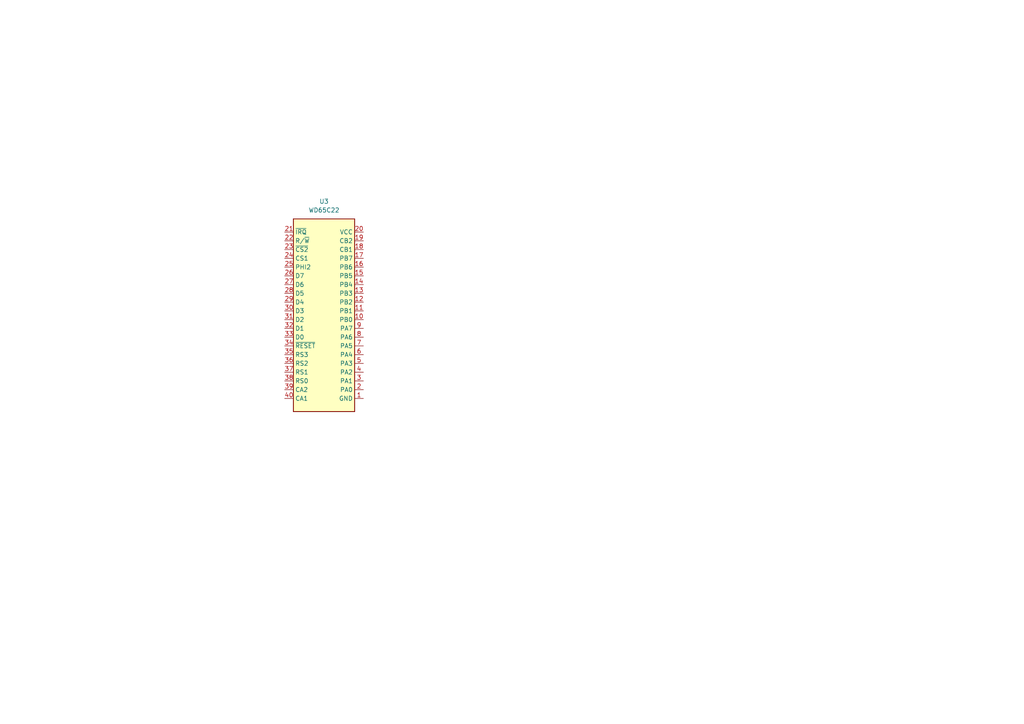
<source format=kicad_sch>
(kicad_sch (version 20211123) (generator eeschema)
  (paper "A4")
  (lib_symbols
    (symbol "micro_controller:WD65C22"
      (property "Reference" "U" (at 0 3.81 0))
      (property "Value" "WD65C22" (at 0 0 0))
      (symbol "WD65C22_1_1"
        (rectangle (start -8.89 30.48) (end 8.89 -25.4) (stroke (width 0.254)) (fill (type background)))
        (pin power_in line (at 11.43 -21.59 180) (length 2.54) (name "GND") (number "1"))
        (pin bidirectional line (at 11.43 1.27 180) (length 2.54) (name "PB0") (number "10"))
        (pin bidirectional line (at 11.43 3.81 180) (length 2.54) (name "PB1") (number "11"))
        (pin bidirectional line (at 11.43 6.35 180) (length 2.54) (name "PB2") (number "12"))
        (pin bidirectional line (at 11.43 8.89 180) (length 2.54) (name "PB3") (number "13"))
        (pin bidirectional line (at 11.43 11.43 180) (length 2.54) (name "PB4") (number "14"))
        (pin bidirectional line (at 11.43 13.97 180) (length 2.54) (name "PB5") (number "15"))
        (pin bidirectional line (at 11.43 16.51 180) (length 2.54) (name "PB6") (number "16"))
        (pin bidirectional line (at 11.43 19.05 180) (length 2.54) (name "PB7") (number "17"))
        (pin bidirectional line (at 11.43 21.59 180) (length 2.54) (name "CB1") (number "18"))
        (pin bidirectional line (at 11.43 24.13 180) (length 2.54) (name "CB2") (number "19"))
        (pin input line (at 11.43 -19.05 180) (length 2.54) (name "PA0") (number "2"))
        (pin power_in line (at 11.43 26.67 180) (length 2.54) (name "VCC") (number "20"))
        (pin input line (at -11.43 26.67 0) (length 2.54) (name "~{IRQ}") (number "21"))
        (pin input line (at -11.43 24.13 0) (length 2.54) (name "R/~{W}") (number "22"))
        (pin input line (at -11.43 21.59 0) (length 2.54) (name "~{CS2}") (number "23"))
        (pin input line (at -11.43 19.05 0) (length 2.54) (name "CS1") (number "24"))
        (pin input line (at -11.43 16.51 0) (length 2.54) (name "PHI2") (number "25"))
        (pin bidirectional line (at -11.43 13.97 0) (length 2.54) (name "D7") (number "26"))
        (pin bidirectional line (at -11.43 11.43 0) (length 2.54) (name "D6") (number "27"))
        (pin bidirectional line (at -11.43 8.89 0) (length 2.54) (name "D5") (number "28"))
        (pin bidirectional line (at -11.43 6.35 0) (length 2.54) (name "D4") (number "29"))
        (pin input line (at 11.43 -16.51 180) (length 2.54) (name "PA1") (number "3"))
        (pin bidirectional line (at -11.43 3.81 0) (length 2.54) (name "D3") (number "30"))
        (pin bidirectional line (at -11.43 1.27 0) (length 2.54) (name "D2") (number "31"))
        (pin bidirectional line (at -11.43 -1.27 0) (length 2.54) (name "D1") (number "32"))
        (pin bidirectional line (at -11.43 -3.81 0) (length 2.54) (name "D0") (number "33"))
        (pin bidirectional line (at -11.43 -6.35 0) (length 2.54) (name "~{RESET}") (number "34"))
        (pin bidirectional line (at -11.43 -8.89 0) (length 2.54) (name "RS3") (number "35"))
        (pin bidirectional line (at -11.43 -11.43 0) (length 2.54) (name "RS2") (number "36"))
        (pin bidirectional line (at -11.43 -13.97 0) (length 2.54) (name "RS1") (number "37"))
        (pin bidirectional line (at -11.43 -16.51 0) (length 2.54) (name "RS0") (number "38"))
        (pin bidirectional line (at -11.43 -19.05 0) (length 2.54) (name "CA2") (number "39"))
        (pin input line (at 11.43 -13.97 180) (length 2.54) (name "PA2") (number "4"))
        (pin bidirectional line (at -11.43 -21.59 0) (length 2.54) (name "CA1") (number "40"))
        (pin input line (at 11.43 -11.43 180) (length 2.54) (name "PA3") (number "5"))
        (pin bidirectional line (at 11.43 -8.89 180) (length 2.54) (name "PA4") (number "6"))
        (pin bidirectional line (at 11.43 -6.35 180) (length 2.54) (name "PA5") (number "7"))
        (pin bidirectional line (at 11.43 -3.81 180) (length 2.54) (name "PA6") (number "8"))
        (pin bidirectional line (at 11.43 -1.27 180) (length 2.54) (name "PA7") (number "9"))
      )
    )
  )
  (symbol (lib_id "micro_controller:WD65C22") (at 93.98 93.98 0) (unit 1)
    (property "Reference" "U3" (at 93.98 58.42 0))
    (property "Value" "WD65C22" (at 93.98 60.96 0))
  )
)
</source>
